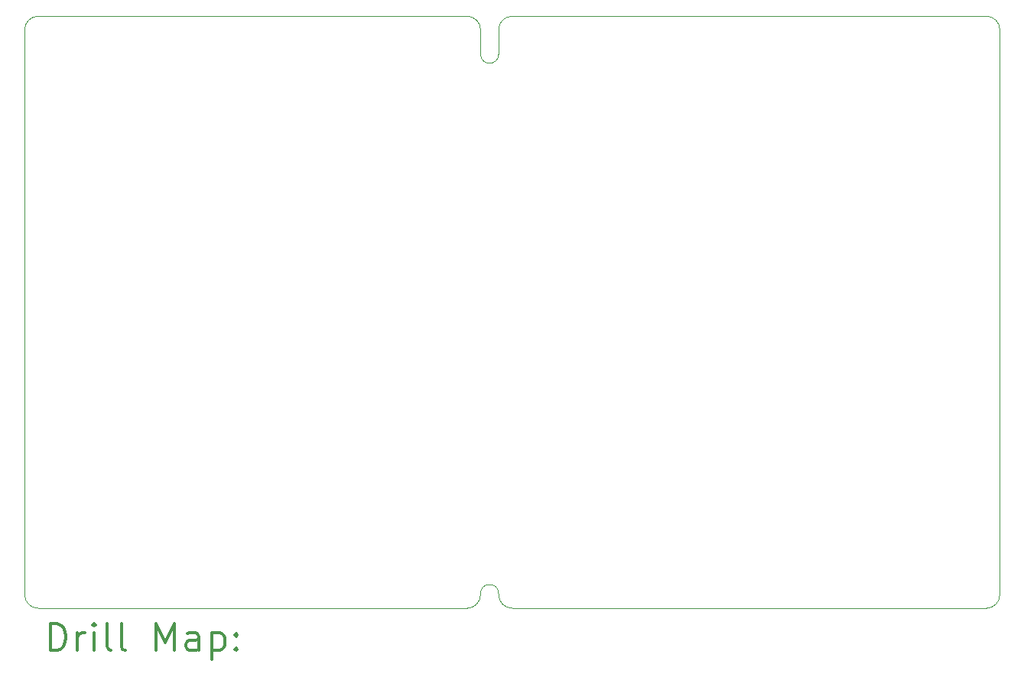
<source format=gbr>
%FSLAX45Y45*%
G04 Gerber Fmt 4.5, Leading zero omitted, Abs format (unit mm)*
G04 Created by KiCad (PCBNEW (5.1.8)-1) date 2021-01-30 00:08:28*
%MOMM*%
%LPD*%
G01*
G04 APERTURE LIST*
%TA.AperFunction,Profile*%
%ADD10C,0.050000*%
%TD*%
%ADD11C,0.200000*%
%ADD12C,0.300000*%
G04 APERTURE END LIST*
D10*
X14715990Y-12666000D02*
G75*
G02*
X14915990Y-12666000I100000J0D01*
G01*
X14916003Y-6690000D02*
G75*
G02*
X14716003Y-6690000I-100000J0D01*
G01*
X14916003Y-6690000D02*
X14916003Y-6419003D01*
X14716003Y-6419003D02*
X14716010Y-6690000D01*
X14916000Y-12678997D02*
X14915990Y-12666000D01*
X14715990Y-12666000D02*
X14716000Y-12678997D01*
X14716000Y-12678997D02*
G75*
G02*
X14565997Y-12829000I-150003J0D01*
G01*
X9818500Y-12829000D02*
G75*
G02*
X9668497Y-12678997I0J150003D01*
G01*
X9668497Y-6419003D02*
G75*
G02*
X9818500Y-6269000I150003J0D01*
G01*
X14566000Y-6269000D02*
G75*
G02*
X14716003Y-6419003I0J-150003D01*
G01*
X9818500Y-12829000D02*
X14565997Y-12829000D01*
X9668497Y-6419003D02*
X9668497Y-12678997D01*
X14566000Y-6269000D02*
X9818500Y-6269000D01*
X20315500Y-6269000D02*
G75*
G02*
X20465503Y-6419003I0J-150003D01*
G01*
X20465500Y-12679000D02*
G75*
G02*
X20315497Y-12829003I-150003J0D01*
G01*
X15066003Y-12829000D02*
G75*
G02*
X14916000Y-12678997I0J150003D01*
G01*
X14916000Y-6419000D02*
G75*
G02*
X15066003Y-6268997I150003J0D01*
G01*
X20465500Y-12679000D02*
X20465503Y-6419003D01*
X15066003Y-12829000D02*
X20315497Y-12829003D01*
X20315500Y-6269000D02*
X15066003Y-6268997D01*
D11*
D12*
X9952425Y-13297218D02*
X9952425Y-12997218D01*
X10023854Y-12997218D01*
X10066711Y-13011503D01*
X10095282Y-13040075D01*
X10109568Y-13068646D01*
X10123854Y-13125789D01*
X10123854Y-13168646D01*
X10109568Y-13225789D01*
X10095282Y-13254360D01*
X10066711Y-13282932D01*
X10023854Y-13297218D01*
X9952425Y-13297218D01*
X10252425Y-13297218D02*
X10252425Y-13097218D01*
X10252425Y-13154360D02*
X10266711Y-13125789D01*
X10280997Y-13111503D01*
X10309568Y-13097218D01*
X10338139Y-13097218D01*
X10438139Y-13297218D02*
X10438139Y-13097218D01*
X10438139Y-12997218D02*
X10423854Y-13011503D01*
X10438139Y-13025789D01*
X10452425Y-13011503D01*
X10438139Y-12997218D01*
X10438139Y-13025789D01*
X10623854Y-13297218D02*
X10595282Y-13282932D01*
X10580997Y-13254360D01*
X10580997Y-12997218D01*
X10780997Y-13297218D02*
X10752425Y-13282932D01*
X10738139Y-13254360D01*
X10738139Y-12997218D01*
X11123854Y-13297218D02*
X11123854Y-12997218D01*
X11223854Y-13211503D01*
X11323854Y-12997218D01*
X11323854Y-13297218D01*
X11595282Y-13297218D02*
X11595282Y-13140075D01*
X11580997Y-13111503D01*
X11552425Y-13097218D01*
X11495282Y-13097218D01*
X11466711Y-13111503D01*
X11595282Y-13282932D02*
X11566711Y-13297218D01*
X11495282Y-13297218D01*
X11466711Y-13282932D01*
X11452425Y-13254360D01*
X11452425Y-13225789D01*
X11466711Y-13197218D01*
X11495282Y-13182932D01*
X11566711Y-13182932D01*
X11595282Y-13168646D01*
X11738139Y-13097218D02*
X11738139Y-13397218D01*
X11738139Y-13111503D02*
X11766711Y-13097218D01*
X11823854Y-13097218D01*
X11852425Y-13111503D01*
X11866711Y-13125789D01*
X11880997Y-13154360D01*
X11880997Y-13240075D01*
X11866711Y-13268646D01*
X11852425Y-13282932D01*
X11823854Y-13297218D01*
X11766711Y-13297218D01*
X11738139Y-13282932D01*
X12009568Y-13268646D02*
X12023854Y-13282932D01*
X12009568Y-13297218D01*
X11995282Y-13282932D01*
X12009568Y-13268646D01*
X12009568Y-13297218D01*
X12009568Y-13111503D02*
X12023854Y-13125789D01*
X12009568Y-13140075D01*
X11995282Y-13125789D01*
X12009568Y-13111503D01*
X12009568Y-13140075D01*
M02*

</source>
